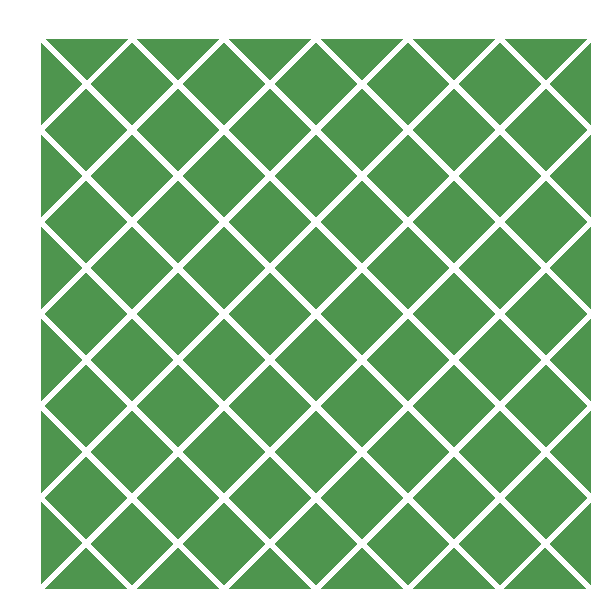
<source format=gbr>
%TF.GenerationSoftware,KiCad,Pcbnew,9.0.0*%
%TF.CreationDate,2025-03-14T15:54:35+08:00*%
%TF.ProjectId,xypad,78797061-642e-46b6-9963-61645f706362,rev?*%
%TF.SameCoordinates,Original*%
%TF.FileFunction,Soldermask,Top*%
%TF.FilePolarity,Negative*%
%FSLAX46Y46*%
G04 Gerber Fmt 4.6, Leading zero omitted, Abs format (unit mm)*
G04 Created by KiCad (PCBNEW 9.0.0) date 2025-03-14 15:54:35*
%MOMM*%
%LPD*%
G01*
G04 APERTURE LIST*
G04 Aperture macros list*
%AMRotRect*
0 Rectangle, with rotation*
0 The origin of the aperture is its center*
0 $1 length*
0 $2 width*
0 $3 Rotation angle, in degrees counterclockwise*
0 Add horizontal line*
21,1,$1,$2,0,0,$3*%
%AMFreePoly0*
4,1,4,1.500000,-1.646447,-3.500000,-1.646447,1.500000,3.353553,1.500000,-1.646447,1.500000,-1.646447,$1*%
G04 Aperture macros list end*
%ADD10FreePoly0,135.000000*%
%ADD11RotRect,5.000000X5.000000X315.000000*%
%ADD12FreePoly0,315.000000*%
%ADD13RotRect,5.000000X5.000000X135.000000*%
%ADD14FreePoly0,45.000000*%
%ADD15FreePoly0,225.000000*%
G04 APERTURE END LIST*
D10*
%TO.C,U2*%
X157301010Y-83180489D03*
D11*
X157404563Y-45600275D03*
X157404563Y-53378450D03*
X157404563Y-61156625D03*
X157404563Y-68934799D03*
X157404563Y-76712974D03*
D12*
X157508116Y-39132762D03*
D10*
X165079184Y-83180489D03*
D11*
X165182738Y-45600275D03*
X165182738Y-61156625D03*
D13*
X165182738Y-76712974D03*
D11*
X165182739Y-53378449D03*
X165182739Y-68934800D03*
D12*
X165286291Y-39132761D03*
D10*
X172857359Y-83180489D03*
D11*
X172960912Y-45600275D03*
X172960912Y-53378450D03*
X172960912Y-61156625D03*
D13*
X172960912Y-68934799D03*
X172960912Y-76712974D03*
D12*
X173064465Y-39132762D03*
D10*
X180635533Y-83180489D03*
D11*
X180739087Y-45600275D03*
X180739087Y-53378450D03*
D13*
X180739087Y-61156625D03*
X180739087Y-68934799D03*
X180739087Y-76712974D03*
D12*
X180842641Y-39132761D03*
D10*
X188413708Y-83180489D03*
D11*
X188517262Y-45600275D03*
D13*
X188517262Y-53378450D03*
X188517262Y-61156625D03*
X188517262Y-68934799D03*
X188517262Y-76712974D03*
D12*
X188620815Y-39132761D03*
D10*
X196191883Y-83180489D03*
D13*
X196295436Y-45600275D03*
X196295436Y-53378450D03*
X196295436Y-61156625D03*
X196295436Y-68934799D03*
X196295436Y-76712974D03*
D12*
X196398990Y-39132761D03*
D14*
X154826136Y-80498507D03*
D13*
X161293651Y-80602061D03*
X169071825Y-80602061D03*
X176850000Y-80602061D03*
X184628174Y-80602061D03*
X192406349Y-80602061D03*
D15*
X198873864Y-80705615D03*
D14*
X154826136Y-72720333D03*
D11*
X161293651Y-72823887D03*
D13*
X169071825Y-72823887D03*
X176850000Y-72823887D03*
X184628174Y-72823887D03*
X192406349Y-72823887D03*
D15*
X198873864Y-72927440D03*
D14*
X154826136Y-64942158D03*
D11*
X161293651Y-65045712D03*
X169071825Y-65045712D03*
D13*
X176850000Y-65045712D03*
X184628174Y-65045712D03*
X192406349Y-65045712D03*
D15*
X198873864Y-65149266D03*
D14*
X154826136Y-57163984D03*
D11*
X161293651Y-57267537D03*
X169071825Y-57267537D03*
X176849999Y-57267538D03*
D13*
X184628174Y-57267537D03*
X192406349Y-57267537D03*
D15*
X198873864Y-57371091D03*
D14*
X154826136Y-49385809D03*
D11*
X161293651Y-49489363D03*
X169071825Y-49489363D03*
X176850000Y-49489363D03*
X184628174Y-49489363D03*
D13*
X192406349Y-49489363D03*
D15*
X198873864Y-49592916D03*
D14*
X154826136Y-41607635D03*
D11*
X161293650Y-41711189D03*
X169071825Y-41711188D03*
X176849999Y-41711189D03*
X184628174Y-41711188D03*
X192406350Y-41711189D03*
D15*
X198873864Y-41814742D03*
%TD*%
M02*

</source>
